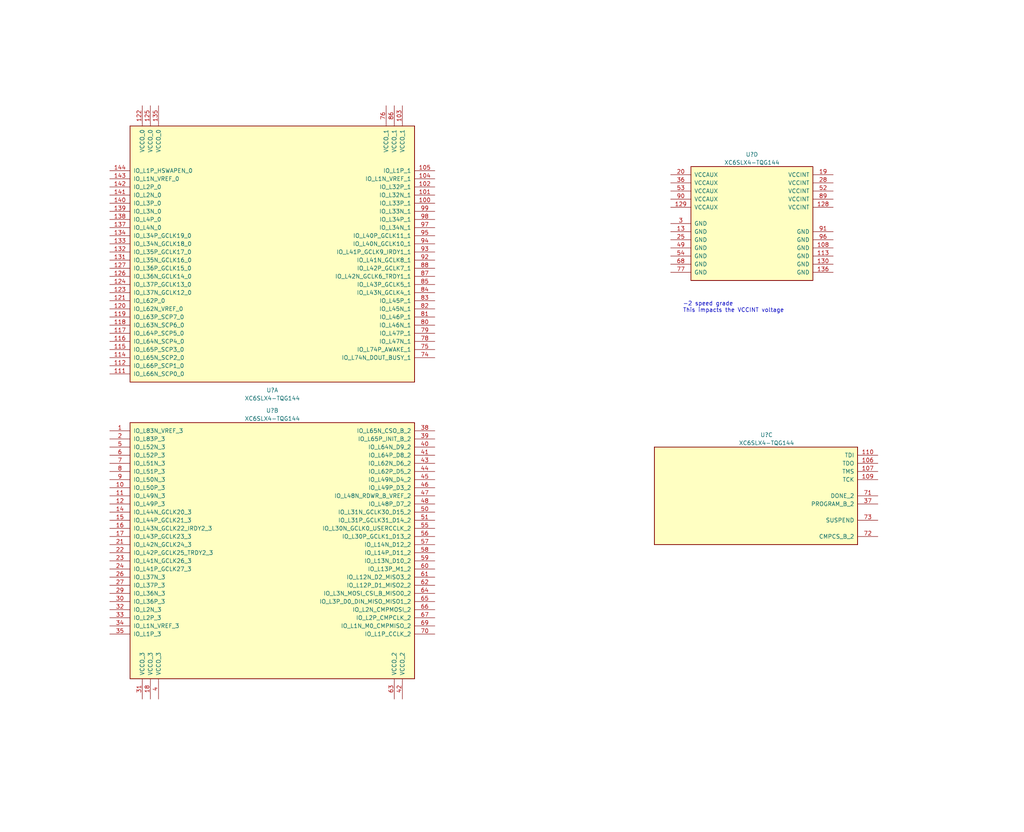
<source format=kicad_sch>
(kicad_sch (version 20210126) (generator eeschema)
  (paper "User" 319.989 259.994)
  (lib_symbols
    (symbol "FPGA_Xilinx_Spartan6:XC6SLX4-TQG144" (pin_names (offset 1.016))
      (property "Reference" "U" (at 0 1.27 0))
      (property "Value" "XC6SLX4-TQG144" (at 0 -1.27 0))
      (symbol "XC6SLX4-TQG144_1_1"
        (rectangle (start -44.45 36.83) (end 44.45 -43.18) (stroke (width 0.254)) (fill (type background)))
        (pin bidirectional line (at 50.8 12.7 180) (length 6.35) (name "IO_L33P_1") (number "100"))
        (pin bidirectional line (at 50.8 15.24 180) (length 6.35) (name "IO_L32N_1") (number "101"))
        (pin bidirectional line (at 50.8 17.78 180) (length 6.35) (name "IO_L32P_1") (number "102"))
        (pin power_in line (at 40.64 43.18 270) (length 6.35) (name "VCCO_1") (number "103"))
        (pin bidirectional line (at 50.8 20.32 180) (length 6.35) (name "IO_L1N_VREF_1") (number "104"))
        (pin bidirectional line (at 50.8 22.86 180) (length 6.35) (name "IO_L1P_1") (number "105"))
        (pin bidirectional line (at -50.8 -40.64 0) (length 6.35) (name "IO_L66N_SCP0_0") (number "111"))
        (pin bidirectional line (at -50.8 -38.1 0) (length 6.35) (name "IO_L66P_SCP1_0") (number "112"))
        (pin bidirectional line (at -50.8 -35.56 0) (length 6.35) (name "IO_L65N_SCP2_0") (number "114"))
        (pin bidirectional line (at -50.8 -33.02 0) (length 6.35) (name "IO_L65P_SCP3_0") (number "115"))
        (pin bidirectional line (at -50.8 -30.48 0) (length 6.35) (name "IO_L64N_SCP4_0") (number "116"))
        (pin bidirectional line (at -50.8 -27.94 0) (length 6.35) (name "IO_L64P_SCP5_0") (number "117"))
        (pin bidirectional line (at -50.8 -25.4 0) (length 6.35) (name "IO_L63N_SCP6_0") (number "118"))
        (pin bidirectional line (at -50.8 -22.86 0) (length 6.35) (name "IO_L63P_SCP7_0") (number "119"))
        (pin bidirectional line (at -50.8 -20.32 0) (length 6.35) (name "IO_L62N_VREF_0") (number "120"))
        (pin bidirectional line (at -50.8 -17.78 0) (length 6.35) (name "IO_L62P_0") (number "121"))
        (pin power_in line (at -40.64 43.18 270) (length 6.35) (name "VCCO_0") (number "122"))
        (pin bidirectional line (at -50.8 -15.24 0) (length 6.35) (name "IO_L37N_GCLK12_0") (number "123"))
        (pin bidirectional line (at -50.8 -12.7 0) (length 6.35) (name "IO_L37P_GCLK13_0") (number "124"))
        (pin power_in line (at -38.1 43.18 270) (length 6.35) (name "VCCO_0") (number "125"))
        (pin bidirectional line (at -50.8 -10.16 0) (length 6.35) (name "IO_L36N_GCLK14_0") (number "126"))
        (pin bidirectional line (at -50.8 -7.62 0) (length 6.35) (name "IO_L36P_GCLK15_0") (number "127"))
        (pin bidirectional line (at -50.8 -5.08 0) (length 6.35) (name "IO_L35N_GCLK16_0") (number "131"))
        (pin bidirectional line (at -50.8 -2.54 0) (length 6.35) (name "IO_L35P_GCLK17_0") (number "132"))
        (pin bidirectional line (at -50.8 0 0) (length 6.35) (name "IO_L34N_GCLK18_0") (number "133"))
        (pin bidirectional line (at -50.8 2.54 0) (length 6.35) (name "IO_L34P_GCLK19_0") (number "134"))
        (pin power_in line (at -35.56 43.18 270) (length 6.35) (name "VCCO_0") (number "135"))
        (pin bidirectional line (at -50.8 5.08 0) (length 6.35) (name "IO_L4N_0") (number "137"))
        (pin bidirectional line (at -50.8 7.62 0) (length 6.35) (name "IO_L4P_0") (number "138"))
        (pin bidirectional line (at -50.8 10.16 0) (length 6.35) (name "IO_L3N_0") (number "139"))
        (pin bidirectional line (at -50.8 12.7 0) (length 6.35) (name "IO_L3P_0") (number "140"))
        (pin bidirectional line (at -50.8 15.24 0) (length 6.35) (name "IO_L2N_0") (number "141"))
        (pin bidirectional line (at -50.8 17.78 0) (length 6.35) (name "IO_L2P_0") (number "142"))
        (pin bidirectional line (at -50.8 20.32 0) (length 6.35) (name "IO_L1N_VREF_0") (number "143"))
        (pin bidirectional line (at -50.8 22.86 0) (length 6.35) (name "IO_L1P_HSWAPEN_0") (number "144"))
        (pin bidirectional line (at 50.8 -35.56 180) (length 6.35) (name "IO_L74N_DOUT_BUSY_1") (number "74"))
        (pin bidirectional line (at 50.8 -33.02 180) (length 6.35) (name "IO_L74P_AWAKE_1") (number "75"))
        (pin power_in line (at 35.56 43.18 270) (length 6.35) (name "VCCO_1") (number "76"))
        (pin bidirectional line (at 50.8 -30.48 180) (length 6.35) (name "IO_L47N_1") (number "78"))
        (pin bidirectional line (at 50.8 -27.94 180) (length 6.35) (name "IO_L47P_1") (number "79"))
        (pin bidirectional line (at 50.8 -25.4 180) (length 6.35) (name "IO_L46N_1") (number "80"))
        (pin bidirectional line (at 50.8 -22.86 180) (length 6.35) (name "IO_L46P_1") (number "81"))
        (pin bidirectional line (at 50.8 -20.32 180) (length 6.35) (name "IO_L45N_1") (number "82"))
        (pin bidirectional line (at 50.8 -17.78 180) (length 6.35) (name "IO_L45P_1") (number "83"))
        (pin bidirectional line (at 50.8 -15.24 180) (length 6.35) (name "IO_L43N_GCLK4_1") (number "84"))
        (pin bidirectional line (at 50.8 -12.7 180) (length 6.35) (name "IO_L43P_GCLK5_1") (number "85"))
        (pin power_in line (at 38.1 43.18 270) (length 6.35) (name "VCCO_1") (number "86"))
        (pin bidirectional line (at 50.8 -10.16 180) (length 6.35) (name "IO_L42N_GCLK6_TRDY1_1") (number "87"))
        (pin bidirectional line (at 50.8 -7.62 180) (length 6.35) (name "IO_L42P_GCLK7_1") (number "88"))
        (pin bidirectional line (at 50.8 -5.08 180) (length 6.35) (name "IO_L41N_GCLK8_1") (number "92"))
        (pin bidirectional line (at 50.8 -2.54 180) (length 6.35) (name "IO_L41P_GCLK9_IRDY1_1") (number "93"))
        (pin bidirectional line (at 50.8 0 180) (length 6.35) (name "IO_L40N_GCLK10_1") (number "94"))
        (pin bidirectional line (at 50.8 2.54 180) (length 6.35) (name "IO_L40P_GCLK11_1") (number "95"))
        (pin bidirectional line (at 50.8 5.08 180) (length 6.35) (name "IO_L34N_1") (number "97"))
        (pin bidirectional line (at 50.8 7.62 180) (length 6.35) (name "IO_L34P_1") (number "98"))
        (pin bidirectional line (at 50.8 10.16 180) (length 6.35) (name "IO_L33N_1") (number "99"))
      )
      (symbol "XC6SLX4-TQG144_2_1"
        (rectangle (start -44.45 36.83) (end 44.45 -43.18) (stroke (width 0.254)) (fill (type background)))
        (pin bidirectional line (at 50.8 -40.64 180) (length 6.35) (name "IO_L83N_VREF_3") (number "1"))
        (pin bidirectional line (at 50.8 -22.86 180) (length 6.35) (name "IO_L50P_3") (number "10"))
        (pin bidirectional line (at 50.8 -20.32 180) (length 6.35) (name "IO_L49N_3") (number "11"))
        (pin bidirectional line (at 50.8 -17.78 180) (length 6.35) (name "IO_L49P_3") (number "12"))
        (pin bidirectional line (at 50.8 -15.24 180) (length 6.35) (name "IO_L44N_GCLK20_3") (number "14"))
        (pin bidirectional line (at 50.8 -12.7 180) (length 6.35) (name "IO_L44P_GCLK21_3") (number "15"))
        (pin bidirectional line (at 50.8 -10.16 180) (length 6.35) (name "IO_L43N_GCLK22_IRDY2_3") (number "16"))
        (pin bidirectional line (at 50.8 -7.62 180) (length 6.35) (name "IO_L43P_GCLK23_3") (number "17"))
        (pin power_in line (at 38.1 43.18 270) (length 6.35) (name "VCCO_3") (number "18"))
        (pin bidirectional line (at 50.8 -38.1 180) (length 6.35) (name "IO_L83P_3") (number "2"))
        (pin bidirectional line (at 50.8 -5.08 180) (length 6.35) (name "IO_L42N_GCLK24_3") (number "21"))
        (pin bidirectional line (at 50.8 -2.54 180) (length 6.35) (name "IO_L42P_GCLK25_TRDY2_3") (number "22"))
        (pin bidirectional line (at 50.8 0 180) (length 6.35) (name "IO_L41N_GCLK26_3") (number "23"))
        (pin bidirectional line (at 50.8 2.54 180) (length 6.35) (name "IO_L41P_GCLK27_3") (number "24"))
        (pin bidirectional line (at 50.8 5.08 180) (length 6.35) (name "IO_L37N_3") (number "26"))
        (pin bidirectional line (at 50.8 7.62 180) (length 6.35) (name "IO_L37P_3") (number "27"))
        (pin bidirectional line (at 50.8 10.16 180) (length 6.35) (name "IO_L36N_3") (number "29"))
        (pin bidirectional line (at 50.8 12.7 180) (length 6.35) (name "IO_L36P_3") (number "30"))
        (pin power_in line (at 40.64 43.18 270) (length 6.35) (name "VCCO_3") (number "31"))
        (pin bidirectional line (at 50.8 15.24 180) (length 6.35) (name "IO_L2N_3") (number "32"))
        (pin bidirectional line (at 50.8 17.78 180) (length 6.35) (name "IO_L2P_3") (number "33"))
        (pin bidirectional line (at 50.8 20.32 180) (length 6.35) (name "IO_L1N_VREF_3") (number "34"))
        (pin bidirectional line (at 50.8 22.86 180) (length 6.35) (name "IO_L1P_3") (number "35"))
        (pin bidirectional line (at -50.8 -40.64 0) (length 6.35) (name "IO_L65N_CSO_B_2") (number "38"))
        (pin bidirectional line (at -50.8 -38.1 0) (length 6.35) (name "IO_L65P_INIT_B_2") (number "39"))
        (pin power_in line (at 35.56 43.18 270) (length 6.35) (name "VCCO_3") (number "4"))
        (pin bidirectional line (at -50.8 -35.56 0) (length 6.35) (name "IO_L64N_D9_2") (number "40"))
        (pin bidirectional line (at -50.8 -33.02 0) (length 6.35) (name "IO_L64P_D8_2") (number "41"))
        (pin power_in line (at -40.64 43.18 270) (length 6.35) (name "VCCO_2") (number "42"))
        (pin bidirectional line (at -50.8 -30.48 0) (length 6.35) (name "IO_L62N_D6_2") (number "43"))
        (pin bidirectional line (at -50.8 -27.94 0) (length 6.35) (name "IO_L62P_D5_2") (number "44"))
        (pin bidirectional line (at -50.8 -25.4 0) (length 6.35) (name "IO_L49N_D4_2") (number "45"))
        (pin bidirectional line (at -50.8 -22.86 0) (length 6.35) (name "IO_L49P_D3_2") (number "46"))
        (pin bidirectional line (at -50.8 -20.32 0) (length 6.35) (name "IO_L48N_RDWR_B_VREF_2") (number "47"))
        (pin bidirectional line (at -50.8 -17.78 0) (length 6.35) (name "IO_L48P_D7_2") (number "48"))
        (pin bidirectional line (at 50.8 -35.56 180) (length 6.35) (name "IO_L52N_3") (number "5"))
        (pin bidirectional line (at -50.8 -15.24 0) (length 6.35) (name "IO_L31N_GCLK30_D15_2") (number "50"))
        (pin bidirectional line (at -50.8 -12.7 0) (length 6.35) (name "IO_L31P_GCLK31_D14_2") (number "51"))
        (pin bidirectional line (at -50.8 -10.16 0) (length 6.35) (name "IO_L30N_GCLK0_USERCCLK_2") (number "55"))
        (pin bidirectional line (at -50.8 -7.62 0) (length 6.35) (name "IO_L30P_GCLK1_D13_2") (number "56"))
        (pin bidirectional line (at -50.8 -5.08 0) (length 6.35) (name "IO_L14N_D12_2") (number "57"))
        (pin bidirectional line (at -50.8 -2.54 0) (length 6.35) (name "IO_L14P_D11_2") (number "58"))
        (pin bidirectional line (at -50.8 0 0) (length 6.35) (name "IO_L13N_D10_2") (number "59"))
        (pin bidirectional line (at 50.8 -33.02 180) (length 6.35) (name "IO_L52P_3") (number "6"))
        (pin bidirectional line (at -50.8 2.54 0) (length 6.35) (name "IO_L13P_M1_2") (number "60"))
        (pin bidirectional line (at -50.8 5.08 0) (length 6.35) (name "IO_L12N_D2_MISO3_2") (number "61"))
        (pin bidirectional line (at -50.8 7.62 0) (length 6.35) (name "IO_L12P_D1_MISO2_2") (number "62"))
        (pin power_in line (at -38.1 43.18 270) (length 6.35) (name "VCCO_2") (number "63"))
        (pin bidirectional line (at -50.8 10.16 0) (length 6.35) (name "IO_L3N_MOSI_CSI_B_MISO0_2") (number "64"))
        (pin bidirectional line (at -50.8 12.7 0) (length 6.35) (name "IO_L3P_D0_DIN_MISO_MISO1_2") (number "65"))
        (pin bidirectional line (at -50.8 15.24 0) (length 6.35) (name "IO_L2N_CMPMOSI_2") (number "66"))
        (pin bidirectional line (at -50.8 17.78 0) (length 6.35) (name "IO_L2P_CMPCLK_2") (number "67"))
        (pin bidirectional line (at -50.8 20.32 0) (length 6.35) (name "IO_L1N_M0_CMPMISO_2") (number "69"))
        (pin bidirectional line (at 50.8 -30.48 180) (length 6.35) (name "IO_L51N_3") (number "7"))
        (pin bidirectional line (at -50.8 22.86 0) (length 6.35) (name "IO_L1P_CCLK_2") (number "70"))
        (pin bidirectional line (at 50.8 -27.94 180) (length 6.35) (name "IO_L51P_3") (number "8"))
        (pin bidirectional line (at 50.8 -25.4 180) (length 6.35) (name "IO_L50N_3") (number "9"))
      )
      (symbol "XC6SLX4-TQG144_3_1"
        (rectangle (start -31.75 15.24) (end 31.75 -15.24) (stroke (width 0.254)) (fill (type background)))
        (pin bidirectional line (at 38.1 10.16 180) (length 6.35) (name "TDO") (number "106"))
        (pin bidirectional line (at 38.1 7.62 180) (length 6.35) (name "TMS") (number "107"))
        (pin bidirectional line (at 38.1 5.08 180) (length 6.35) (name "TCK") (number "109"))
        (pin bidirectional line (at 38.1 12.7 180) (length 6.35) (name "TDI") (number "110"))
        (pin bidirectional line (at 38.1 -2.54 180) (length 6.35) (name "PROGRAM_B_2") (number "37"))
        (pin bidirectional line (at 38.1 0 180) (length 6.35) (name "DONE_2") (number "71"))
        (pin bidirectional line (at 38.1 -12.7 180) (length 6.35) (name "CMPCS_B_2") (number "72"))
        (pin bidirectional line (at 38.1 -7.62 180) (length 6.35) (name "SUSPEND") (number "73"))
      )
      (symbol "XC6SLX4-TQG144_4_1"
        (rectangle (start -19.05 17.78) (end 19.05 -17.78) (stroke (width 0.254)) (fill (type background)))
        (pin power_in line (at 25.4 -7.62 180) (length 6.35) (name "GND") (number "108"))
        (pin power_in line (at 25.4 -10.16 180) (length 6.35) (name "GND") (number "113"))
        (pin power_in line (at 25.4 5.08 180) (length 6.35) (name "VCCINT") (number "128"))
        (pin power_in line (at -25.4 5.08 0) (length 6.35) (name "VCCAUX") (number "129"))
        (pin power_in line (at -25.4 -2.54 0) (length 6.35) (name "GND") (number "13"))
        (pin power_in line (at 25.4 -12.7 180) (length 6.35) (name "GND") (number "130"))
        (pin power_in line (at 25.4 -15.24 180) (length 6.35) (name "GND") (number "136"))
        (pin power_in line (at 25.4 15.24 180) (length 6.35) (name "VCCINT") (number "19"))
        (pin power_in line (at -25.4 15.24 0) (length 6.35) (name "VCCAUX") (number "20"))
        (pin power_in line (at -25.4 -5.08 0) (length 6.35) (name "GND") (number "25"))
        (pin power_in line (at 25.4 12.7 180) (length 6.35) (name "VCCINT") (number "28"))
        (pin power_in line (at -25.4 0 0) (length 6.35) (name "GND") (number "3"))
        (pin power_in line (at -25.4 12.7 0) (length 6.35) (name "VCCAUX") (number "36"))
        (pin power_in line (at -25.4 -7.62 0) (length 6.35) (name "GND") (number "49"))
        (pin power_in line (at 25.4 10.16 180) (length 6.35) (name "VCCINT") (number "52"))
        (pin power_in line (at -25.4 10.16 0) (length 6.35) (name "VCCAUX") (number "53"))
        (pin power_in line (at -25.4 -10.16 0) (length 6.35) (name "GND") (number "54"))
        (pin power_in line (at -25.4 -12.7 0) (length 6.35) (name "GND") (number "68"))
        (pin power_in line (at -25.4 -15.24 0) (length 6.35) (name "GND") (number "77"))
        (pin power_in line (at 25.4 7.62 180) (length 6.35) (name "VCCINT") (number "89"))
        (pin power_in line (at -25.4 7.62 0) (length 6.35) (name "VCCAUX") (number "90"))
        (pin power_in line (at 25.4 -2.54 180) (length 6.35) (name "GND") (number "91"))
        (pin power_in line (at 25.4 -5.08 180) (length 6.35) (name "GND") (number "96"))
      )
    )
  )
  (text "-2 speed grade\nThis impacts the VCCINT voltage" (at 213.36 97.79 0) (effects (font (size 1.27 1.27)) (justify left bottom)))
  (symbol (lib_id "FPGA_Xilinx_Spartan6:XC6SLX4-TQG144") (at 234.95 69.85 0) (unit 4)
    (property "Reference" "U?" (at 234.95 48.26 0))
    (property "Value" "XC6SLX4-TQG144" (at 234.95 50.8 0))
  )
  (symbol (lib_id "FPGA_Xilinx_Spartan6:XC6SLX4-TQG144") (at 236.22 154.94 0) (unit 3)
    (property "Reference" "U?" (at 239.522 135.89 0))
    (property "Value" "XC6SLX4-TQG144" (at 239.522 138.43 0))
  )
  (symbol (lib_id "FPGA_Xilinx_Spartan6:XC6SLX4-TQG144") (at 85.09 76.2 0) (unit 1)
    (property "Reference" "U?" (at 85.09 121.92 0))
    (property "Value" "XC6SLX4-TQG144" (at 85.09 124.46 0))
  )
  (symbol (lib_id "FPGA_Xilinx_Spartan6:XC6SLX4-TQG144") (at 85.09 175.26 180) (unit 2)
    (property "Reference" "U?" (at 85.09 128.27 0))
    (property "Value" "XC6SLX4-TQG144" (at 85.09 130.81 0))
  )
)
</source>
